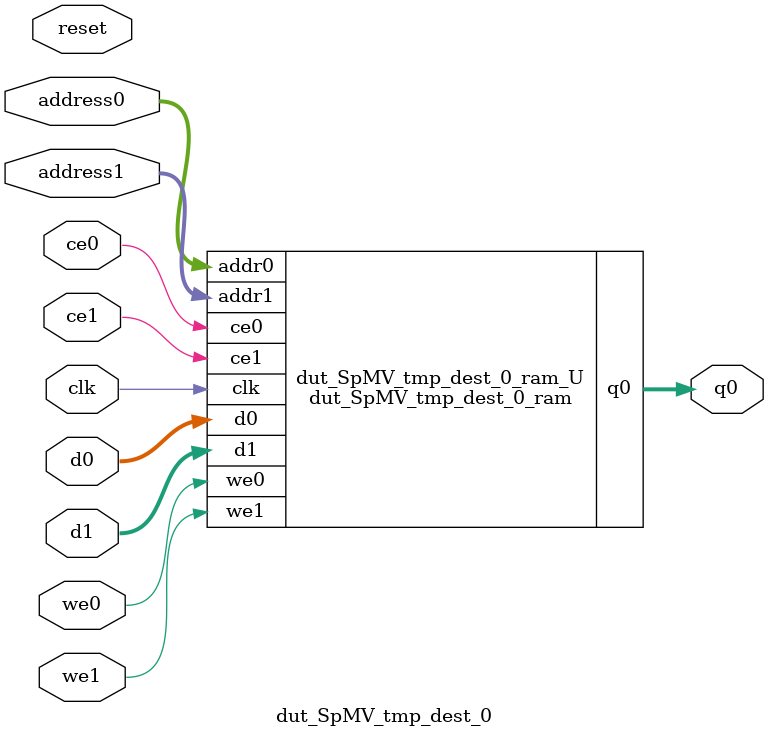
<source format=v>

`timescale 1 ns / 1 ps
module dut_SpMV_tmp_dest_0_ram (addr0, ce0, d0, we0, q0, addr1, ce1, d1, we1,  clk);

parameter DWIDTH = 32;
parameter AWIDTH = 4;
parameter MEM_SIZE = 10;

input[AWIDTH-1:0] addr0;
input ce0;
input[DWIDTH-1:0] d0;
input we0;
output reg[DWIDTH-1:0] q0;
input[AWIDTH-1:0] addr1;
input ce1;
input[DWIDTH-1:0] d1;
input we1;
input clk;

(* ram_style = "block" *)reg [DWIDTH-1:0] ram[MEM_SIZE-1:0];




always @(posedge clk)  
begin 
    if (ce0) 
    begin
        if (we0) 
        begin 
            ram[addr0] <= d0; 
            q0 <= d0;
        end 
        else 
            q0 <= ram[addr0];
    end
end


always @(posedge clk)  
begin 
    if (ce1) 
    begin
        if (we1) 
        begin 
            ram[addr1] <= d1; 
        end 
    end
end


endmodule


`timescale 1 ns / 1 ps
module dut_SpMV_tmp_dest_0(
    reset,
    clk,
    address0,
    ce0,
    we0,
    d0,
    q0,
    address1,
    ce1,
    we1,
    d1);

parameter DataWidth = 32'd32;
parameter AddressRange = 32'd10;
parameter AddressWidth = 32'd4;
input reset;
input clk;
input[AddressWidth - 1:0] address0;
input ce0;
input we0;
input[DataWidth - 1:0] d0;
output[DataWidth - 1:0] q0;
input[AddressWidth - 1:0] address1;
input ce1;
input we1;
input[DataWidth - 1:0] d1;



dut_SpMV_tmp_dest_0_ram dut_SpMV_tmp_dest_0_ram_U(
    .clk( clk ),
    .addr0( address0 ),
    .ce0( ce0 ),
    .d0( d0 ),
    .we0( we0 ),
    .q0( q0 ),
    .addr1( address1 ),
    .ce1( ce1 ),
    .d1( d1 ),
    .we1( we1 ));

endmodule


</source>
